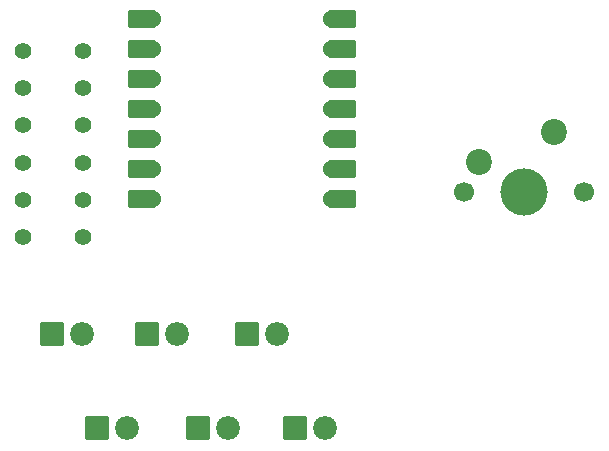
<source format=gbr>
%TF.GenerationSoftware,KiCad,Pcbnew,9.0.3*%
%TF.CreationDate,2025-07-29T19:30:13-04:00*%
%TF.ProjectId,Pathfinder,50617468-6669-46e6-9465-722e6b696361,rev?*%
%TF.SameCoordinates,Original*%
%TF.FileFunction,Soldermask,Top*%
%TF.FilePolarity,Negative*%
%FSLAX46Y46*%
G04 Gerber Fmt 4.6, Leading zero omitted, Abs format (unit mm)*
G04 Created by KiCad (PCBNEW 9.0.3) date 2025-07-29 19:30:13*
%MOMM*%
%LPD*%
G01*
G04 APERTURE LIST*
G04 Aperture macros list*
%AMRoundRect*
0 Rectangle with rounded corners*
0 $1 Rounding radius*
0 $2 $3 $4 $5 $6 $7 $8 $9 X,Y pos of 4 corners*
0 Add a 4 corners polygon primitive as box body*
4,1,4,$2,$3,$4,$5,$6,$7,$8,$9,$2,$3,0*
0 Add four circle primitives for the rounded corners*
1,1,$1+$1,$2,$3*
1,1,$1+$1,$4,$5*
1,1,$1+$1,$6,$7*
1,1,$1+$1,$8,$9*
0 Add four rect primitives between the rounded corners*
20,1,$1+$1,$2,$3,$4,$5,0*
20,1,$1+$1,$4,$5,$6,$7,0*
20,1,$1+$1,$6,$7,$8,$9,0*
20,1,$1+$1,$8,$9,$2,$3,0*%
G04 Aperture macros list end*
%ADD10C,1.400000*%
%ADD11RoundRect,0.152400X1.063600X0.609600X-1.063600X0.609600X-1.063600X-0.609600X1.063600X-0.609600X0*%
%ADD12C,1.524000*%
%ADD13RoundRect,0.152400X-1.063600X-0.609600X1.063600X-0.609600X1.063600X0.609600X-1.063600X0.609600X0*%
%ADD14RoundRect,0.102000X-0.907500X-0.907500X0.907500X-0.907500X0.907500X0.907500X-0.907500X0.907500X0*%
%ADD15C,2.019000*%
%ADD16C,1.700000*%
%ADD17C,4.000000*%
%ADD18C,2.200000*%
G04 APERTURE END LIST*
D10*
%TO.C,R1*%
X151960000Y-80050000D03*
X157040000Y-80050000D03*
%TD*%
D11*
%TO.C,U1*%
X162045000Y-77380000D03*
D12*
X162880000Y-77380000D03*
D11*
X162045000Y-79920000D03*
D12*
X162880000Y-79920000D03*
D11*
X162045000Y-82460000D03*
D12*
X162880000Y-82460000D03*
D11*
X162045000Y-85000000D03*
D12*
X162880000Y-85000000D03*
D11*
X162045000Y-87540000D03*
D12*
X162880000Y-87540000D03*
D11*
X162045000Y-90080000D03*
D12*
X162880000Y-90080000D03*
D11*
X162045000Y-92620000D03*
D12*
X162880000Y-92620000D03*
X178120000Y-92620000D03*
D13*
X178955000Y-92620000D03*
D12*
X178120000Y-90080000D03*
D13*
X178955000Y-90080000D03*
D12*
X178120000Y-87540000D03*
D13*
X178955000Y-87540000D03*
D12*
X178120000Y-85000000D03*
D13*
X178955000Y-85000000D03*
D12*
X178120000Y-82460000D03*
D13*
X178955000Y-82460000D03*
D12*
X178120000Y-79920000D03*
D13*
X178955000Y-79920000D03*
D12*
X178120000Y-77380000D03*
D13*
X178955000Y-77380000D03*
%TD*%
D14*
%TO.C,D2*%
X162500000Y-104000000D03*
D15*
X165040000Y-104000000D03*
%TD*%
D10*
%TO.C,R6*%
X151960000Y-95800000D03*
X157040000Y-95800000D03*
%TD*%
%TO.C,R3*%
X151960000Y-86350000D03*
X157040000Y-86350000D03*
%TD*%
D16*
%TO.C,SW1*%
X189340000Y-92000000D03*
D17*
X194420000Y-92000000D03*
D16*
X199500000Y-92000000D03*
D18*
X196960000Y-86920000D03*
X190610000Y-89460000D03*
%TD*%
D14*
%TO.C,D1*%
X154460000Y-104000000D03*
D15*
X157000000Y-104000000D03*
%TD*%
D14*
%TO.C,D3*%
X170960000Y-104000000D03*
D15*
X173500000Y-104000000D03*
%TD*%
D14*
%TO.C,D6*%
X175000000Y-112000000D03*
D15*
X177540000Y-112000000D03*
%TD*%
D14*
%TO.C,D4*%
X158270000Y-112000000D03*
D15*
X160810000Y-112000000D03*
%TD*%
D10*
%TO.C,R5*%
X151960000Y-92650000D03*
X157040000Y-92650000D03*
%TD*%
D14*
%TO.C,D5*%
X166770000Y-112000000D03*
D15*
X169310000Y-112000000D03*
%TD*%
D10*
%TO.C,R2*%
X151960000Y-83200000D03*
X157040000Y-83200000D03*
%TD*%
%TO.C,R4*%
X151960000Y-89500000D03*
X157040000Y-89500000D03*
%TD*%
M02*

</source>
